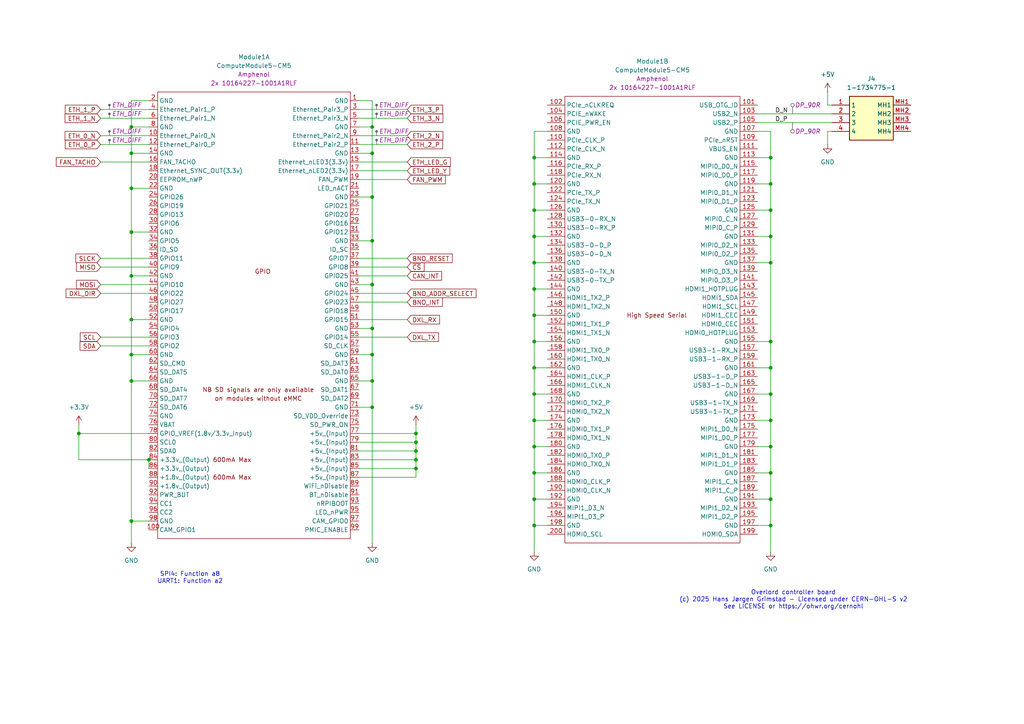
<source format=kicad_sch>
(kicad_sch (version 20231120) (generator "eeschema") (generator_version "8.0")
  (paper "A4")
  (title_block (title "CM5"))
  (lib_symbols
    (symbol "TimeExpander_sym:1-1734775-1"
      (property "Reference" "J" (at 19.05 7.62 0))
      (property "Value" "1-1734775-1" (at 19.05 5.08 0))
      (symbol "1-1734775-1_1_1"
        (rectangle (start 5.08 2.54) (end 17.78 -10.16) (stroke (width 0.254)) (fill (type background)))
        (pin passive line (at 0 0 0) (length 5.08) (name "1") (number "1"))
        (pin passive line (at 0 -2.54 0) (length 5.08) (name "2") (number "2"))
        (pin passive line (at 0 -5.08 0) (length 5.08) (name "3") (number "3"))
        (pin passive line (at 0 -7.62 0) (length 5.08) (name "4") (number "4"))
        (pin passive line (at 22.86 0 180) (length 5.08) (name "MH1") (number "MH1"))
        (pin passive line (at 22.86 -2.54 180) (length 5.08) (name "MH2") (number "MH2"))
        (pin passive line (at 22.86 -5.08 180) (length 5.08) (name "MH3") (number "MH3"))
        (pin passive line (at 22.86 -7.62 180) (length 5.08) (name "MH4") (number "MH4"))
      )
    )
    (symbol "TimeExpander_sym:ComputeModule5-CM5"
      (property "Reference" "Module" (at 113.03 -68.58 0))
      (property "Value" "ComputeModule5-CM5" (at 140.97 2.54 0))
      (property "Field4" "Amphenol" (at 0 0 0))
      (property "Field5" "2x 10164227-1001A1RLF" (at 0 -2.54 0))
      (symbol "ComputeModule5-CM5_1_0"
        (text "GPIO" (at 0 6.35 0) (effects (font (size 1.27 1.27))))
      )
      (symbol "ComputeModule5-CM5_1_1"
        (rectangle (start -30.48 -71.12) (end 25.4 58.42))
        (text "600mA Max" (at -8.89 -53.34 0) (effects (font (size 1.27 1.27))))
        (text "600mA Max" (at -8.89 -48.26 0) (effects (font (size 1.27 1.27))))
        (text "NB SD signals are only available" (at -1.27 -27.94 0) (effects (font (size 1.27 1.27))))
        (text "on modules without eMMC" (at -1.27 -30.48 0) (effects (font (size 1.27 1.27))))
        (pin power_in line (at 27.94 55.88 180) (length 2.54) (name "GND") (number "1"))
        (pin passive line (at -33.02 45.72 0) (length 2.54) (name "Ethernet_Pair0_N") (number "10"))
        (pin passive line (at -33.02 -68.58 0) (length 2.54) (name "CAM_GPIO1") (number "100"))
        (pin passive line (at 27.94 43.18 180) (length 2.54) (name "Ethernet_Pair2_P") (number "11"))
        (pin passive line (at -33.02 43.18 0) (length 2.54) (name "Ethernet_Pair0_P") (number "12"))
        (pin power_in line (at 27.94 40.64 180) (length 2.54) (name "GND") (number "13"))
        (pin power_in line (at -33.02 40.64 0) (length 2.54) (name "GND") (number "14"))
        (pin output line (at 27.94 38.1 180) (length 2.54) (name "Ethernet_nLED3(3.3v)") (number "15"))
        (pin input line (at -33.02 38.1 0) (length 2.54) (name "FAN_TACHO") (number "16"))
        (pin output line (at 27.94 35.56 180) (length 2.54) (name "Ethernet_nLED2(3.3v)") (number "17"))
        (pin input line (at -33.02 35.56 0) (length 2.54) (name "Ethernet_SYNC_OUT(3.3v)") (number "18"))
        (pin output line (at 27.94 33.02 180) (length 2.54) (name "FAN_PWM") (number "19"))
        (pin power_in line (at -33.02 55.88 0) (length 2.54) (name "GND") (number "2"))
        (pin passive line (at -33.02 33.02 0) (length 2.54) (name "EEPROM_nWP") (number "20"))
        (pin open_collector line (at 27.94 30.48 180) (length 2.54) (name "LED_nACT") (number "21"))
        (pin power_in line (at -33.02 30.48 0) (length 2.54) (name "GND") (number "22"))
        (pin power_in line (at 27.94 27.94 180) (length 2.54) (name "GND") (number "23"))
        (pin passive line (at -33.02 27.94 0) (length 2.54) (name "GPIO26") (number "24"))
        (pin passive line (at 27.94 25.4 180) (length 2.54) (name "GPIO21") (number "25"))
        (pin passive line (at -33.02 25.4 0) (length 2.54) (name "GPIO19") (number "26"))
        (pin passive line (at 27.94 22.86 180) (length 2.54) (name "GPIO20") (number "27"))
        (pin passive line (at -33.02 22.86 0) (length 2.54) (name "GPIO13") (number "28"))
        (pin passive line (at 27.94 20.32 180) (length 2.54) (name "GPIO16") (number "29"))
        (pin passive line (at 27.94 53.34 180) (length 2.54) (name "Ethernet_Pair3_P") (number "3"))
        (pin passive line (at -33.02 20.32 0) (length 2.54) (name "GPIO6") (number "30"))
        (pin passive line (at 27.94 17.78 180) (length 2.54) (name "GPIO12") (number "31"))
        (pin power_in line (at -33.02 17.78 0) (length 2.54) (name "GND") (number "32"))
        (pin power_in line (at 27.94 15.24 180) (length 2.54) (name "GND") (number "33"))
        (pin passive line (at -33.02 15.24 0) (length 2.54) (name "GPIO5") (number "34"))
        (pin passive line (at 27.94 12.7 180) (length 2.54) (name "ID_SC") (number "35"))
        (pin passive line (at -33.02 12.7 0) (length 2.54) (name "ID_SD") (number "36"))
        (pin passive line (at 27.94 10.16 180) (length 2.54) (name "GPIO7") (number "37"))
        (pin passive line (at -33.02 10.16 0) (length 2.54) (name "GPIO11") (number "38"))
        (pin passive line (at 27.94 7.62 180) (length 2.54) (name "GPIO8") (number "39"))
        (pin passive line (at -33.02 53.34 0) (length 2.54) (name "Ethernet_Pair1_P") (number "4"))
        (pin passive line (at -33.02 7.62 0) (length 2.54) (name "GPIO9") (number "40"))
        (pin passive line (at 27.94 5.08 180) (length 2.54) (name "GPIO25") (number "41"))
        (pin power_in line (at -33.02 5.08 0) (length 2.54) (name "GND") (number "42"))
        (pin power_in line (at 27.94 2.54 180) (length 2.54) (name "GND") (number "43"))
        (pin passive line (at -33.02 2.54 0) (length 2.54) (name "GPIO10") (number "44"))
        (pin passive line (at 27.94 0 180) (length 2.54) (name "GPIO24") (number "45"))
        (pin passive line (at -33.02 0 0) (length 2.54) (name "GPIO22") (number "46"))
        (pin passive line (at 27.94 -2.54 180) (length 2.54) (name "GPIO23") (number "47"))
        (pin passive line (at -33.02 -2.54 0) (length 2.54) (name "GPIO27") (number "48"))
        (pin passive line (at 27.94 -5.08 180) (length 2.54) (name "GPIO18") (number "49"))
        (pin passive line (at 27.94 50.8 180) (length 2.54) (name "Ethernet_Pair3_N") (number "5"))
        (pin passive line (at -33.02 -5.08 0) (length 2.54) (name "GPIO17") (number "50"))
        (pin passive line (at 27.94 -7.62 180) (length 2.54) (name "GPIO15") (number "51"))
        (pin power_in line (at -33.02 -7.62 0) (length 2.54) (name "GND") (number "52"))
        (pin power_in line (at 27.94 -10.16 180) (length 2.54) (name "GND") (number "53"))
        (pin passive line (at -33.02 -10.16 0) (length 2.54) (name "GPIO4") (number "54"))
        (pin passive line (at 27.94 -12.7 180) (length 2.54) (name "GPIO14") (number "55"))
        (pin passive line (at -33.02 -12.7 0) (length 2.54) (name "GPIO3") (number "56"))
        (pin passive line (at 27.94 -15.24 180) (length 2.54) (name "SD_CLK") (number "57"))
        (pin passive line (at -33.02 -15.24 0) (length 2.54) (name "GPIO2") (number "58"))
        (pin power_in line (at 27.94 -17.78 180) (length 2.54) (name "GND") (number "59"))
        (pin passive line (at -33.02 50.8 0) (length 2.54) (name "Ethernet_Pair1_N") (number "6"))
        (pin power_in line (at -33.02 -17.78 0) (length 2.54) (name "GND") (number "60"))
        (pin passive line (at 27.94 -20.32 180) (length 2.54) (name "SD_DAT3") (number "61"))
        (pin passive line (at -33.02 -20.32 0) (length 2.54) (name "SD_CMD") (number "62"))
        (pin passive line (at 27.94 -22.86 180) (length 2.54) (name "SD_DAT0") (number "63"))
        (pin passive line (at -33.02 -22.86 0) (length 2.54) (name "SD_DAT5") (number "64"))
        (pin power_in line (at 27.94 -25.4 180) (length 2.54) (name "GND") (number "65"))
        (pin power_in line (at -33.02 -25.4 0) (length 2.54) (name "GND") (number "66"))
        (pin passive line (at 27.94 -27.94 180) (length 2.54) (name "SD_DAT1") (number "67"))
        (pin passive line (at -33.02 -27.94 0) (length 2.54) (name "SD_DAT4") (number "68"))
        (pin passive line (at 27.94 -30.48 180) (length 2.54) (name "SD_DAT2") (number "69"))
        (pin power_in line (at 27.94 48.26 180) (length 2.54) (name "GND") (number "7"))
        (pin passive line (at -33.02 -30.48 0) (length 2.54) (name "SD_DAT7") (number "70"))
        (pin power_in line (at 27.94 -33.02 180) (length 2.54) (name "GND") (number "71"))
        (pin passive line (at -33.02 -33.02 0) (length 2.54) (name "SD_DAT6") (number "72"))
        (pin input line (at 27.94 -35.56 180) (length 2.54) (name "SD_VDD_Override") (number "73"))
        (pin power_in line (at -33.02 -35.56 0) (length 2.54) (name "GND") (number "74"))
        (pin output line (at 27.94 -38.1 180) (length 2.54) (name "SD_PWR_ON") (number "75"))
        (pin passive line (at -33.02 -38.1 0) (length 2.54) (name "VBAT") (number "76"))
        (pin power_in line (at 27.94 -40.64 180) (length 2.54) (name "+5v_(Input)") (number "77"))
        (pin power_in line (at -33.02 -40.64 0) (length 2.54) (name "GPIO_VREF(1.8v/3.3v_Input)") (number "78"))
        (pin power_in line (at 27.94 -43.18 180) (length 2.54) (name "+5v_(Input)") (number "79"))
        (pin power_in line (at -33.02 48.26 0) (length 2.54) (name "GND") (number "8"))
        (pin passive line (at -33.02 -43.18 0) (length 2.54) (name "SCL0") (number "80"))
        (pin power_in line (at 27.94 -45.72 180) (length 2.54) (name "+5v_(Input)") (number "81"))
        (pin passive line (at -33.02 -45.72 0) (length 2.54) (name "SDA0") (number "82"))
        (pin power_in line (at 27.94 -48.26 180) (length 2.54) (name "+5v_(Input)") (number "83"))
        (pin power_out line (at -33.02 -48.26 0) (length 2.54) (name "+3.3v_(Output)") (number "84"))
        (pin power_in line (at 27.94 -50.8 180) (length 2.54) (name "+5v_(Input)") (number "85"))
        (pin passive line (at -33.02 -50.8 0) (length 2.54) (name "+3.3v_(Output)") (number "86"))
        (pin power_in line (at 27.94 -53.34 180) (length 2.54) (name "+5v_(Input)") (number "87"))
        (pin power_out line (at -33.02 -53.34 0) (length 2.54) (name "+1.8v_(Output)") (number "88"))
        (pin input line (at 27.94 -55.88 180) (length 2.54) (name "WiFi_nDisable") (number "89"))
        (pin passive line (at 27.94 45.72 180) (length 2.54) (name "Ethernet_Pair2_N") (number "9"))
        (pin passive line (at -33.02 -55.88 0) (length 2.54) (name "+1.8v_(Output)") (number "90"))
        (pin input line (at 27.94 -58.42 180) (length 2.54) (name "BT_nDisable") (number "91"))
        (pin passive line (at -33.02 -58.42 0) (length 2.54) (name "PWR_BUT") (number "92"))
        (pin input line (at 27.94 -60.96 180) (length 2.54) (name "nRPIBOOT") (number "93"))
        (pin passive line (at -33.02 -60.96 0) (length 2.54) (name "CC1") (number "94"))
        (pin output line (at 27.94 -63.5 180) (length 2.54) (name "LED_nPWR") (number "95"))
        (pin passive line (at -33.02 -63.5 0) (length 2.54) (name "CC2") (number "96"))
        (pin passive line (at 27.94 -66.04 180) (length 2.54) (name "CAM_GPIO0") (number "97"))
        (pin power_in line (at -33.02 -66.04 0) (length 2.54) (name "GND") (number "98"))
        (pin input line (at 27.94 -68.58 180) (length 2.54) (name "PMIC_ENABLE") (number "99"))
      )
      (symbol "ComputeModule5-CM5_2_1"
        (rectangle (start 114.3 -66.04) (end 165.1 63.5))
        (text "High Speed Serial" (at 140.97 0 0) (effects (font (size 1.27 1.27))))
        (pin input line (at 170.18 60.96 180) (length 5.08) (name "USB_OTG_ID") (number "101"))
        (pin input line (at 109.22 60.96 0) (length 5.08) (name "PCIe_nCLKREQ") (number "102"))
        (pin passive line (at 170.18 58.42 180) (length 5.08) (name "USB2_N") (number "103"))
        (pin input line (at 109.22 58.42 0) (length 5.08) (name "PCIE_nWAKE") (number "104"))
        (pin passive line (at 170.18 55.88 180) (length 5.08) (name "USB2_P") (number "105"))
        (pin output line (at 109.22 55.88 0) (length 5.08) (name "PCIE_PWR_EN") (number "106"))
        (pin power_in line (at 170.18 53.34 180) (length 5.08) (name "GND") (number "107"))
        (pin power_in line (at 109.22 53.34 0) (length 5.08) (name "GND") (number "108"))
        (pin output line (at 170.18 50.8 180) (length 5.08) (name "PCIe_nRST") (number "109"))
        (pin output line (at 109.22 50.8 0) (length 5.08) (name "PCIe_CLK_P") (number "110"))
        (pin output line (at 170.18 48.26 180) (length 5.08) (name "VBUS_EN") (number "111"))
        (pin output line (at 109.22 48.26 0) (length 5.08) (name "PCIe_CLK_N") (number "112"))
        (pin power_in line (at 170.18 45.72 180) (length 5.08) (name "GND") (number "113"))
        (pin power_in line (at 109.22 45.72 0) (length 5.08) (name "GND") (number "114"))
        (pin input line (at 170.18 43.18 180) (length 5.08) (name "MIPI0_D0_N") (number "115"))
        (pin input line (at 109.22 43.18 0) (length 5.08) (name "PCIe_RX_P") (number "116"))
        (pin input line (at 170.18 40.64 180) (length 5.08) (name "MIPI0_D0_P") (number "117"))
        (pin input line (at 109.22 40.64 0) (length 5.08) (name "PCIe_RX_N") (number "118"))
        (pin power_in line (at 170.18 38.1 180) (length 5.08) (name "GND") (number "119"))
        (pin power_in line (at 109.22 38.1 0) (length 5.08) (name "GND") (number "120"))
        (pin input line (at 170.18 35.56 180) (length 5.08) (name "MIPI0_D1_N") (number "121"))
        (pin output line (at 109.22 35.56 0) (length 5.08) (name "PCIe_TX_P") (number "122"))
        (pin input line (at 170.18 33.02 180) (length 5.08) (name "MIPI0_D1_P") (number "123"))
        (pin output line (at 109.22 33.02 0) (length 5.08) (name "PCIe_TX_N") (number "124"))
        (pin power_in line (at 170.18 30.48 180) (length 5.08) (name "GND") (number "125"))
        (pin power_in line (at 109.22 30.48 0) (length 5.08) (name "GND") (number "126"))
        (pin input line (at 170.18 27.94 180) (length 5.08) (name "MIPI0_C_N") (number "127"))
        (pin input line (at 109.22 27.94 0) (length 5.08) (name "USB3-0-RX_N") (number "128"))
        (pin input line (at 170.18 25.4 180) (length 5.08) (name "MIPI0_C_P") (number "129"))
        (pin input line (at 109.22 25.4 0) (length 5.08) (name "USB3-0-RX_P") (number "130"))
        (pin power_in line (at 170.18 22.86 180) (length 5.08) (name "GND") (number "131"))
        (pin power_in line (at 109.22 22.86 0) (length 5.08) (name "GND") (number "132"))
        (pin input line (at 170.18 20.32 180) (length 5.08) (name "MIPI0_D2_N") (number "133"))
        (pin passive line (at 109.22 20.32 0) (length 5.08) (name "USB3-0-D_P") (number "134"))
        (pin input line (at 170.18 17.78 180) (length 5.08) (name "MIPI0_D2_P") (number "135"))
        (pin passive line (at 109.22 17.78 0) (length 5.08) (name "USB3-0-D_N") (number "136"))
        (pin power_in line (at 170.18 15.24 180) (length 5.08) (name "GND") (number "137"))
        (pin power_in line (at 109.22 15.24 0) (length 5.08) (name "GND") (number "138"))
        (pin input line (at 170.18 12.7 180) (length 5.08) (name "MIPI0_D3_N") (number "139"))
        (pin output line (at 109.22 12.7 0) (length 5.08) (name "USB3-0-TX_N") (number "140"))
        (pin input line (at 170.18 10.16 180) (length 5.08) (name "MIPI0_D3_P") (number "141"))
        (pin output line (at 109.22 10.16 0) (length 5.08) (name "USB3-0-TX_P") (number "142"))
        (pin input line (at 170.18 7.62 180) (length 5.08) (name "HDMI1_HOTPLUG") (number "143"))
        (pin power_in line (at 109.22 7.62 0) (length 5.08) (name "GND") (number "144"))
        (pin bidirectional line (at 170.18 5.08 180) (length 5.08) (name "HDMI1_SDA") (number "145"))
        (pin output line (at 109.22 5.08 0) (length 5.08) (name "HDMI1_TX2_P") (number "146"))
        (pin open_collector line (at 170.18 2.54 180) (length 5.08) (name "HDMI1_SCL") (number "147"))
        (pin output line (at 109.22 2.54 0) (length 5.08) (name "HDMI1_TX2_N") (number "148"))
        (pin open_collector line (at 170.18 0 180) (length 5.08) (name "HDMI1_CEC") (number "149"))
        (pin power_in line (at 109.22 0 0) (length 5.08) (name "GND") (number "150"))
        (pin open_collector line (at 170.18 -2.54 180) (length 5.08) (name "HDMI0_CEC") (number "151"))
        (pin output line (at 109.22 -2.54 0) (length 5.08) (name "HDMI1_TX1_P") (number "152"))
        (pin input line (at 170.18 -5.08 180) (length 5.08) (name "HDMI0_HOTPLUG") (number "153"))
        (pin output line (at 109.22 -5.08 0) (length 5.08) (name "HDMI1_TX1_N") (number "154"))
        (pin power_in line (at 170.18 -7.62 180) (length 5.08) (name "GND") (number "155"))
        (pin power_in line (at 109.22 -7.62 0) (length 5.08) (name "GND") (number "156"))
        (pin input line (at 170.18 -10.16 180) (length 5.08) (name "USB3-1-RX_N") (number "157"))
        (pin output line (at 109.22 -10.16 0) (length 5.08) (name "HDMI1_TX0_P") (number "158"))
        (pin input line (at 170.18 -12.7 180) (length 5.08) (name "USB3-1-RX_P") (number "159"))
        (pin output line (at 109.22 -12.7 0) (length 5.08) (name "HDMI1_TX0_N") (number "160"))
        (pin power_in line (at 170.18 -15.24 180) (length 5.08) (name "GND") (number "161"))
        (pin power_in line (at 109.22 -15.24 0) (length 5.08) (name "GND") (number "162"))
        (pin passive line (at 170.18 -17.78 180) (length 5.08) (name "USB3-1-D_P") (number "163"))
        (pin output line (at 109.22 -17.78 0) (length 5.08) (name "HDMI1_CLK_P") (number "164"))
        (pin passive line (at 170.18 -20.32 180) (length 5.08) (name "USB3-1-D_N") (number "165"))
        (pin output line (at 109.22 -20.32 0) (length 5.08) (name "HDMI1_CLK_N") (number "166"))
        (pin power_in line (at 170.18 -22.86 180) (length 5.08) (name "GND") (number "167"))
        (pin power_in line (at 109.22 -22.86 0) (length 5.08) (name "GND") (number "168"))
        (pin output line (at 170.18 -25.4 180) (length 5.08) (name "USB3-1-TX_N") (number "169"))
        (pin output line (at 109.22 -25.4 0) (length 5.08) (name "HDMI0_TX2_P") (number "170"))
        (pin output line (at 170.18 -27.94 180) (length 5.08) (name "USB3-1-TX_P") (number "171"))
        (pin output line (at 109.22 -27.94 0) (length 5.08) (name "HDMI0_TX2_N") (number "172"))
        (pin power_in line (at 170.18 -30.48 180) (length 5.08) (name "GND") (number "173"))
        (pin power_in line (at 109.22 -30.48 0) (length 5.08) (name "GND") (number "174"))
        (pin output line (at 170.18 -33.02 180) (length 5.08) (name "MIPI1_D0_N") (number "175"))
        (pin output line (at 109.22 -33.02 0) (length 5.08) (name "HDMI0_TX1_P") (number "176"))
        (pin output line (at 170.18 -35.56 180) (length 5.08) (name "MIPI1_D0_P") (number "177"))
        (pin output line (at 109.22 -35.56 0) (length 5.08) (name "HDMI0_TX1_N") (number "178"))
        (pin power_in line (at 170.18 -38.1 180) (length 5.08) (name "GND") (number "179"))
        (pin power_in line (at 109.22 -38.1 0) (length 5.08) (name "GND") (number "180"))
        (pin output line (at 170.18 -40.64 180) (length 5.08) (name "MIPI1_D1_N") (number "181"))
        (pin output line (at 109.22 -40.64 0) (length 5.08) (name "HDMI0_TX0_P") (number "182"))
        (pin output line (at 170.18 -43.18 180) (length 5.08) (name "MIPI1_D1_P") (number "183"))
        (pin output line (at 109.22 -43.18 0) (length 5.08) (name "HDMI0_TX0_N") (number "184"))
        (pin power_in line (at 170.18 -45.72 180) (length 5.08) (name "GND") (number "185"))
        (pin power_in line (at 109.22 -45.72 0) (length 5.08) (name "GND") (number "186"))
        (pin output line (at 170.18 -48.26 180) (length 5.08) (name "MIPI1_C_N") (number "187"))
        (pin output line (at 109.22 -48.26 0) (length 5.08) (name "HDMI0_CLK_P") (number "188"))
        (pin output line (at 170.18 -50.8 180) (length 5.08) (name "MIPI1_C_P") (number "189"))
        (pin output line (at 109.22 -50.8 0) (length 5.08) (name "HDMI0_CLK_N") (number "190"))
        (pin power_in line (at 170.18 -53.34 180) (length 5.08) (name "GND") (number "191"))
        (pin power_in line (at 109.22 -53.34 0) (length 5.08) (name "GND") (number "192"))
        (pin output line (at 170.18 -55.88 180) (length 5.08) (name "MIPI1_D2_N") (number "193"))
        (pin output line (at 109.22 -55.88 0) (length 5.08) (name "MIPI1_D3_N") (number "194"))
        (pin output line (at 170.18 -58.42 180) (length 5.08) (name "MIPI1_D2_P") (number "195"))
        (pin output line (at 109.22 -58.42 0) (length 5.08) (name "MIPI1_D3_P") (number "196"))
        (pin power_in line (at 170.18 -60.96 180) (length 5.08) (name "GND") (number "197"))
        (pin power_in line (at 109.22 -60.96 0) (length 5.08) (name "GND") (number "198"))
        (pin bidirectional line (at 170.18 -63.5 180) (length 5.08) (name "HDMI0_SDA") (number "199"))
        (pin open_collector line (at 109.22 -63.5 0) (length 5.08) (name "HDMI0_SCL") (number "200"))
      )
    )
    (symbol "power:+3.3V" (power) (pin_numbers hide) (pin_names (offset 0) hide)
      (property "Value" "+3.3V" (at 0 3.556 0))
      (symbol "+3.3V_0_1"
        (polyline (pts (xy -0.762 1.27) (xy 0 2.54)))
        (polyline (pts (xy 0 0) (xy 0 2.54)))
        (polyline (pts (xy 0 2.54) (xy 0.762 1.27)))
      )
      (symbol "+3.3V_1_1"
        (pin power_in line (at 0 0 90) (length 0) (name "~") (number "1"))
      )
    )
    (symbol "power:+5V" (power) (pin_numbers hide) (pin_names (offset 0) hide)
      (property "Value" "+5V" (at 0 3.556 0))
      (symbol "+5V_0_1"
        (polyline (pts (xy -0.762 1.27) (xy 0 2.54)))
        (polyline (pts (xy 0 0) (xy 0 2.54)))
        (polyline (pts (xy 0 2.54) (xy 0.762 1.27)))
      )
      (symbol "+5V_1_1"
        (pin power_in line (at 0 0 90) (length 0) (name "~") (number "1"))
      )
    )
    (symbol "power:GND" (power) (pin_numbers hide) (pin_names (offset 0) hide)
      (property "Value" "GND" (at 0 -3.81 0))
      (symbol "GND_0_1"
        (polyline (pts (xy 0 0) (xy 0 -1.27) (xy 1.27 -1.27) (xy 0 -2.54) (xy -1.27 -1.27) (xy 0 -1.27)))
      )
      (symbol "GND_1_1"
        (pin power_in line (at 0 0 270) (length 0) (name "~") (number "1"))
      )
    )
  )
  (junction (at 107.95 110.49))
  (junction (at 107.95 36.83))
  (junction (at 154.94 129.54))
  (junction (at 223.52 68.58))
  (junction (at 38.1 80.01))
  (junction (at 120.65 128.27))
  (junction (at 107.95 95.25))
  (junction (at 38.1 54.61))
  (junction (at 154.94 76.2))
  (junction (at 38.1 92.71))
  (junction (at 223.52 137.16))
  (junction (at 120.65 133.35))
  (junction (at 223.52 76.2))
  (junction (at 154.94 45.72))
  (junction (at 43.18 133.35))
  (junction (at 38.1 110.49))
  (junction (at 107.95 82.55))
  (junction (at 154.94 83.82))
  (junction (at 223.52 99.06))
  (junction (at 154.94 144.78))
  (junction (at 223.52 144.78))
  (junction (at 38.1 67.31))
  (junction (at 107.95 102.87))
  (junction (at 154.94 152.4))
  (junction (at 107.95 118.11))
  (junction (at 154.94 114.3))
  (junction (at 154.94 68.58))
  (junction (at 223.52 53.34))
  (junction (at 154.94 53.34))
  (junction (at 107.95 57.15))
  (junction (at 154.94 121.92))
  (junction (at 154.94 99.06))
  (junction (at 223.52 129.54))
  (junction (at 154.94 137.16))
  (junction (at 22.86 125.73))
  (junction (at 120.65 130.81))
  (junction (at 38.1 44.45))
  (junction (at 223.52 114.3))
  (junction (at 223.52 121.92))
  (junction (at 120.65 135.89))
  (junction (at 223.52 152.4))
  (junction (at 154.94 106.68))
  (junction (at 223.52 106.68))
  (junction (at 223.52 60.96))
  (junction (at 38.1 151.13))
  (junction (at 38.1 102.87))
  (junction (at 120.65 125.73))
  (junction (at 107.95 69.85))
  (junction (at 223.52 45.72))
  (junction (at 154.94 91.44))
  (junction (at 107.95 44.45))
  (junction (at 154.94 60.96))
  (junction (at 38.1 36.83))
  (wire (pts (xy 104.14 82.55) (xy 107.95 82.55)))
  (wire (pts (xy 158.75 38.1) (xy 154.94 38.1)))
  (wire (pts (xy 158.75 114.3) (xy 154.94 114.3)))
  (wire (pts (xy 104.14 36.83) (xy 107.95 36.83)))
  (wire (pts (xy 29.21 31.75) (xy 43.18 31.75)))
  (wire (pts (xy 158.75 144.78) (xy 154.94 144.78)))
  (wire (pts (xy 154.94 99.06) (xy 154.94 106.68)))
  (wire (pts (xy 104.14 49.53) (xy 118.11 49.53)))
  (wire (pts (xy 107.95 118.11) (xy 107.95 157.48)))
  (wire (pts (xy 29.21 77.47) (xy 43.18 77.47)))
  (wire (pts (xy 43.18 29.21) (xy 38.1 29.21)))
  (wire (pts (xy 38.1 36.83) (xy 43.18 36.83)))
  (wire (pts (xy 29.21 39.37) (xy 43.18 39.37)))
  (wire (pts (xy 120.65 130.81) (xy 120.65 133.35)))
  (wire (pts (xy 223.52 129.54) (xy 223.52 137.16)))
  (wire (pts (xy 154.94 152.4) (xy 154.94 160.02)))
  (wire (pts (xy 104.14 39.37) (xy 118.11 39.37)))
  (wire (pts (xy 223.52 45.72) (xy 223.52 53.34)))
  (wire (pts (xy 104.14 46.99) (xy 118.11 46.99)))
  (wire (pts (xy 154.94 114.3) (xy 154.94 121.92)))
  (wire (pts (xy 241.3 38.1) (xy 240.03 38.1)))
  (wire (pts (xy 104.14 110.49) (xy 107.95 110.49)))
  (wire (pts (xy 43.18 133.35) (xy 43.18 135.89)))
  (wire (pts (xy 219.71 60.96) (xy 223.52 60.96)))
  (wire (pts (xy 107.95 29.21) (xy 107.95 36.83)))
  (wire (pts (xy 158.75 152.4) (xy 154.94 152.4)))
  (wire (pts (xy 38.1 102.87) (xy 43.18 102.87)))
  (wire (pts (xy 158.75 106.68) (xy 154.94 106.68)))
  (wire (pts (xy 104.14 34.29) (xy 118.11 34.29)))
  (wire (pts (xy 219.71 137.16) (xy 223.52 137.16)))
  (wire (pts (xy 38.1 67.31) (xy 43.18 67.31)))
  (wire (pts (xy 104.14 44.45) (xy 107.95 44.45)))
  (wire (pts (xy 154.94 129.54) (xy 154.94 137.16)))
  (wire (pts (xy 219.71 114.3) (xy 223.52 114.3)))
  (wire (pts (xy 158.75 91.44) (xy 154.94 91.44)))
  (wire (pts (xy 104.14 125.73) (xy 120.65 125.73)))
  (wire (pts (xy 219.71 152.4) (xy 223.52 152.4)))
  (wire (pts (xy 38.1 102.87) (xy 38.1 110.49)))
  (wire (pts (xy 38.1 151.13) (xy 38.1 157.48)))
  (wire (pts (xy 38.1 67.31) (xy 38.1 80.01)))
  (wire (pts (xy 29.21 41.91) (xy 43.18 41.91)))
  (wire (pts (xy 107.95 36.83) (xy 107.95 44.45)))
  (wire (pts (xy 158.75 60.96) (xy 154.94 60.96)))
  (wire (pts (xy 29.21 46.99) (xy 43.18 46.99)))
  (wire (pts (xy 38.1 110.49) (xy 38.1 151.13)))
  (wire (pts (xy 219.71 129.54) (xy 223.52 129.54)))
  (wire (pts (xy 154.94 91.44) (xy 154.94 99.06)))
  (wire (pts (xy 219.71 144.78) (xy 223.52 144.78)))
  (wire (pts (xy 107.95 110.49) (xy 107.95 118.11)))
  (wire (pts (xy 154.94 45.72) (xy 154.94 53.34)))
  (wire (pts (xy 38.1 54.61) (xy 38.1 67.31)))
  (wire (pts (xy 154.94 76.2) (xy 154.94 83.82)))
  (wire (pts (xy 38.1 92.71) (xy 43.18 92.71)))
  (wire (pts (xy 219.71 76.2) (xy 223.52 76.2)))
  (wire (pts (xy 104.14 118.11) (xy 107.95 118.11)))
  (wire (pts (xy 219.71 33.02) (xy 241.3 33.02)))
  (wire (pts (xy 104.14 80.01) (xy 118.11 80.01)))
  (wire (pts (xy 158.75 129.54) (xy 154.94 129.54)))
  (wire (pts (xy 154.94 68.58) (xy 154.94 76.2)))
  (wire (pts (xy 107.95 69.85) (xy 107.95 82.55)))
  (wire (pts (xy 29.21 97.79) (xy 43.18 97.79)))
  (wire (pts (xy 38.1 54.61) (xy 43.18 54.61)))
  (wire (pts (xy 120.65 123.19) (xy 120.65 125.73)))
  (wire (pts (xy 104.14 102.87) (xy 107.95 102.87)))
  (wire (pts (xy 120.65 128.27) (xy 120.65 130.81)))
  (wire (pts (xy 120.65 133.35) (xy 120.65 135.89)))
  (wire (pts (xy 158.75 45.72) (xy 154.94 45.72)))
  (wire (pts (xy 223.52 53.34) (xy 223.52 60.96)))
  (wire (pts (xy 38.1 29.21) (xy 38.1 36.83)))
  (wire (pts (xy 104.14 135.89) (xy 120.65 135.89)))
  (wire (pts (xy 29.21 34.29) (xy 43.18 34.29)))
  (wire (pts (xy 154.94 38.1) (xy 154.94 45.72)))
  (wire (pts (xy 104.14 97.79) (xy 118.11 97.79)))
  (wire (pts (xy 154.94 53.34) (xy 154.94 60.96)))
  (wire (pts (xy 158.75 99.06) (xy 154.94 99.06)))
  (wire (pts (xy 219.71 121.92) (xy 223.52 121.92)))
  (wire (pts (xy 104.14 133.35) (xy 120.65 133.35)))
  (wire (pts (xy 158.75 137.16) (xy 154.94 137.16)))
  (wire (pts (xy 158.75 53.34) (xy 154.94 53.34)))
  (wire (pts (xy 223.52 114.3) (xy 223.52 121.92)))
  (wire (pts (xy 104.14 41.91) (xy 118.11 41.91)))
  (wire (pts (xy 241.3 30.48) (xy 240.03 30.48)))
  (wire (pts (xy 158.75 68.58) (xy 154.94 68.58)))
  (wire (pts (xy 223.52 137.16) (xy 223.52 144.78)))
  (wire (pts (xy 107.95 57.15) (xy 107.95 69.85)))
  (wire (pts (xy 38.1 92.71) (xy 38.1 102.87)))
  (wire (pts (xy 22.86 123.19) (xy 22.86 125.73)))
  (wire (pts (xy 223.52 144.78) (xy 223.52 152.4)))
  (wire (pts (xy 223.52 76.2) (xy 223.52 99.06)))
  (wire (pts (xy 104.14 74.93) (xy 118.11 74.93)))
  (wire (pts (xy 107.95 44.45) (xy 107.95 57.15)))
  (wire (pts (xy 104.14 52.07) (xy 118.11 52.07)))
  (wire (pts (xy 22.86 133.35) (xy 43.18 133.35)))
  (wire (pts (xy 29.21 100.33) (xy 43.18 100.33)))
  (wire (pts (xy 104.14 128.27) (xy 120.65 128.27)))
  (wire (pts (xy 240.03 30.48) (xy 240.03 26.67)))
  (wire (pts (xy 104.14 77.47) (xy 118.11 77.47)))
  (wire (pts (xy 223.52 152.4) (xy 223.52 160.02)))
  (wire (pts (xy 158.75 121.92) (xy 154.94 121.92)))
  (wire (pts (xy 154.94 60.96) (xy 154.94 68.58)))
  (wire (pts (xy 22.86 125.73) (xy 43.18 125.73)))
  (wire (pts (xy 219.71 68.58) (xy 223.52 68.58)))
  (wire (pts (xy 219.71 45.72) (xy 223.52 45.72)))
  (wire (pts (xy 29.21 82.55) (xy 43.18 82.55)))
  (wire (pts (xy 154.94 83.82) (xy 154.94 91.44)))
  (wire (pts (xy 219.71 99.06) (xy 223.52 99.06)))
  (wire (pts (xy 104.14 95.25) (xy 107.95 95.25)))
  (wire (pts (xy 154.94 144.78) (xy 154.94 152.4)))
  (wire (pts (xy 104.14 87.63) (xy 118.11 87.63)))
  (wire (pts (xy 158.75 83.82) (xy 154.94 83.82)))
  (wire (pts (xy 38.1 80.01) (xy 43.18 80.01)))
  (wire (pts (xy 223.52 68.58) (xy 223.52 76.2)))
  (wire (pts (xy 38.1 151.13) (xy 43.18 151.13)))
  (wire (pts (xy 104.14 69.85) (xy 107.95 69.85)))
  (wire (pts (xy 223.52 99.06) (xy 223.52 106.68)))
  (wire (pts (xy 158.75 76.2) (xy 154.94 76.2)))
  (wire (pts (xy 107.95 82.55) (xy 107.95 95.25)))
  (wire (pts (xy 38.1 80.01) (xy 38.1 92.71)))
  (wire (pts (xy 104.14 57.15) (xy 107.95 57.15)))
  (wire (pts (xy 154.94 137.16) (xy 154.94 144.78)))
  (wire (pts (xy 29.21 85.09) (xy 43.18 85.09)))
  (wire (pts (xy 22.86 125.73) (xy 22.86 133.35)))
  (wire (pts (xy 104.14 85.09) (xy 118.11 85.09)))
  (wire (pts (xy 38.1 44.45) (xy 38.1 54.61)))
  (wire (pts (xy 38.1 36.83) (xy 38.1 44.45)))
  (wire (pts (xy 120.65 135.89) (xy 120.65 138.43)))
  (wire (pts (xy 223.52 121.92) (xy 223.52 129.54)))
  (wire (pts (xy 219.71 38.1) (xy 223.52 38.1)))
  (wire (pts (xy 223.52 106.68) (xy 223.52 114.3)))
  (wire (pts (xy 104.14 31.75) (xy 118.11 31.75)))
  (wire (pts (xy 29.21 74.93) (xy 43.18 74.93)))
  (wire (pts (xy 154.94 106.68) (xy 154.94 114.3)))
  (wire (pts (xy 223.52 60.96) (xy 223.52 68.58)))
  (wire (pts (xy 219.71 35.56) (xy 241.3 35.56)))
  (wire (pts (xy 107.95 102.87) (xy 107.95 110.49)))
  (wire (pts (xy 240.03 38.1) (xy 240.03 41.91)))
  (wire (pts (xy 107.95 95.25) (xy 107.95 102.87)))
  (wire (pts (xy 104.14 92.71) (xy 118.11 92.71)))
  (wire (pts (xy 120.65 125.73) (xy 120.65 128.27)))
  (wire (pts (xy 219.71 53.34) (xy 223.52 53.34)))
  (wire (pts (xy 223.52 38.1) (xy 223.52 45.72)))
  (wire (pts (xy 38.1 110.49) (xy 43.18 110.49)))
  (wire (pts (xy 104.14 130.81) (xy 120.65 130.81)))
  (wire (pts (xy 219.71 106.68) (xy 223.52 106.68)))
  (wire (pts (xy 104.14 138.43) (xy 120.65 138.43)))
  (wire (pts (xy 38.1 44.45) (xy 43.18 44.45)))
  (wire (pts (xy 104.14 29.21) (xy 107.95 29.21)))
  (wire (pts (xy 154.94 121.92) (xy 154.94 129.54)))
  (text "SPI4: Function a8\nUART1: Function a2" (at 55.118 167.64 0) (effects (font (size 1.27 1.27))))
  (text "Overlord controller board\n(c) 2025 Hans Jørgen Grimstad - Licensed under CERN-OHL-S v2\nSee LICENSE or https://ohwr.org/cernohl" (at 230.124 173.99 0) (effects (font (size 1.27 1.27))))
  (label "D_P" (at 224.79 35.56 0))
  (label "D_N" (at 224.79 33.02 0))
  (global_label "FAN_TACHO" (shape input) (at 29.21 46.99 180) (property "Intersheetrefs" "${INTERSHEET_REFS}" (effects (hide yes))))
  (global_label "ETH_1_N" (shape input) (at 29.21 34.29 180) (property "Intersheetrefs" "${INTERSHEET_REFS}" (effects (hide yes))))
  (global_label "SLCK" (shape input) (at 29.21 74.93 180) (property "Intersheetrefs" "${INTERSHEET_REFS}" (effects (hide yes))))
  (global_label "MISO" (shape input) (at 29.21 77.47 180) (property "Intersheetrefs" "${INTERSHEET_REFS}" (effects (hide yes))))
  (global_label "ETH_0_N" (shape input) (at 29.21 39.37 180) (property "Intersheetrefs" "${INTERSHEET_REFS}" (effects (hide yes))))
  (global_label "ETH_LED_G" (shape input) (at 118.11 46.99 0) (property "Intersheetrefs" "${INTERSHEET_REFS}" (effects (hide yes))))
  (global_label "ETH_3_N" (shape input) (at 118.11 34.29 0) (property "Intersheetrefs" "${INTERSHEET_REFS}" (effects (hide yes))))
  (global_label "DXL_RX" (shape input) (at 118.11 92.71 0) (property "Intersheetrefs" "${INTERSHEET_REFS}" (effects (hide yes))))
  (global_label "~{CS}" (shape input) (at 118.11 77.47 0) (property "Intersheetrefs" "${INTERSHEET_REFS}" (effects (hide yes))))
  (global_label "ETH_1_P" (shape input) (at 29.21 31.75 180) (property "Intersheetrefs" "${INTERSHEET_REFS}" (effects (hide yes))))
  (global_label "DXL_DIR" (shape input) (at 29.21 85.09 180) (property "Intersheetrefs" "${INTERSHEET_REFS}" (effects (hide yes))))
  (global_label "BNO_RESET" (shape input) (at 118.11 74.93 0) (property "Intersheetrefs" "${INTERSHEET_REFS}" (effects (hide yes))))
  (global_label "BNO_INT" (shape input) (at 118.11 87.63 0) (property "Intersheetrefs" "${INTERSHEET_REFS}" (effects (hide yes))))
  (global_label "ETH_0_P" (shape input) (at 29.21 41.91 180) (property "Intersheetrefs" "${INTERSHEET_REFS}" (effects (hide yes))))
  (global_label "ETH_LED_Y" (shape input) (at 118.11 49.53 0) (property "Intersheetrefs" "${INTERSHEET_REFS}" (effects (hide yes))))
  (global_label "MOSI" (shape input) (at 29.21 82.55 180) (property "Intersheetrefs" "${INTERSHEET_REFS}" (effects (hide yes))))
  (global_label "DXL_TX" (shape input) (at 118.11 97.79 0) (property "Intersheetrefs" "${INTERSHEET_REFS}" (effects (hide yes))))
  (global_label "BNO_ADDR_SELECT" (shape input) (at 118.11 85.09 0) (property "Intersheetrefs" "${INTERSHEET_REFS}" (effects (hide yes))))
  (global_label "FAN_PWM" (shape input) (at 118.11 52.07 0) (property "Intersheetrefs" "${INTERSHEET_REFS}" (effects (hide yes))))
  (global_label "ETH_3_P" (shape input) (at 118.11 31.75 0) (property "Intersheetrefs" "${INTERSHEET_REFS}" (effects (hide yes))))
  (global_label "ETH_2_P" (shape input) (at 118.11 41.91 0) (property "Intersheetrefs" "${INTERSHEET_REFS}" (effects (hide yes))))
  (global_label "ETH_2_N" (shape input) (at 118.11 39.37 0) (property "Intersheetrefs" "${INTERSHEET_REFS}" (effects (hide yes))))
  (global_label "SCL" (shape input) (at 29.21 97.79 180) (property "Intersheetrefs" "${INTERSHEET_REFS}" (effects (hide yes))))
  (global_label "CAN_INT" (shape input) (at 118.11 80.01 0) (property "Intersheetrefs" "${INTERSHEET_REFS}" (effects (hide yes))))
  (global_label "SDA" (shape input) (at 29.21 100.33 180) (property "Intersheetrefs" "${INTERSHEET_REFS}" (effects (hide yes))))
  (netclass_flag "" (length 2.54) (shape round) (at 229.87 33.02 0) (property "Netclass" "DP_90R" (at 230.5685 30.48 0) (effects (font (italic yes)) (justify left))))
  (netclass_flag "" (length 1.27) (shape dot) (at 109.22 39.37 0) (property "Netclass" "ETH_DIFF" (at 109.9185 38.1 0) (effects (font (italic yes)) (justify left))))
  (netclass_flag "" (length 1.27) (shape dot) (at 31.75 31.75 0) (property "Netclass" "ETH_DIFF" (at 32.4485 30.48 0) (effects (font (italic yes)) (justify left))))
  (netclass_flag "" (length 1.27) (shape dot) (at 109.22 41.91 0) (property "Netclass" "ETH_DIFF" (at 109.9185 40.64 0) (effects (font (italic yes)) (justify left))))
  (netclass_flag "" (length 2.54) (shape round) (at 229.87 35.56 180) (property "Netclass" "DP_90R" (at 230.5685 38.1 0) (effects (font (italic yes)) (justify left))))
  (netclass_flag "" (length 1.27) (shape dot) (at 109.22 31.75 0) (property "Netclass" "ETH_DIFF" (at 109.9185 30.48 0) (effects (font (italic yes)) (justify left))))
  (netclass_flag "" (length 1.27) (shape dot) (at 31.75 41.91 0) (property "Netclass" "ETH_DIFF" (at 32.4485 40.64 0) (effects (font (italic yes)) (justify left))))
  (netclass_flag "" (length 1.27) (shape dot) (at 31.75 39.37 0) (property "Netclass" "ETH_DIFF" (at 32.4485 38.1 0) (effects (font (italic yes)) (justify left))))
  (netclass_flag "" (length 1.27) (shape dot) (at 31.75 34.29 0) (property "Netclass" "ETH_DIFF" (at 32.4485 33.02 0) (effects (font (italic yes)) (justify left))))
  (netclass_flag "" (length 1.27) (shape dot) (at 109.22 34.29 0) (property "Netclass" "ETH_DIFF" (at 109.9185 33.02 0) (effects (font (italic yes)) (justify left))))
  (symbol (lib_id "TimeExpander_sym:ComputeModule5-CM5") (at 76.2 85.09 0) (unit 1)
    (property "Reference" "Module1" (at 73.66 16.51 0))
    (property "Value" "ComputeModule5-CM5" (at 73.66 19.05 0))
    (property "Footprint" "TimeExpander:Raspberry-Pi-5-Compute-Module" (effects (hide yes)))
    (property "Description" "RaspberryPi Compute module 5" (effects (hide yes)))
    (property "Field4" "Amphenol" (at 73.66 21.59 0))
    (property "Field5" "2x 10164227-1001A1RLF" (at 73.66 24.13 0))
  )
  (symbol (lib_id "TimeExpander_sym:ComputeModule5-CM5") (at 49.53 91.44 0) (unit 2)
    (property "Reference" "Module1" (at 189.23 17.78 0))
    (property "Value" "ComputeModule5-CM5" (at 189.23 20.32 0))
    (property "Footprint" "TimeExpander:Raspberry-Pi-5-Compute-Module" (effects (hide yes)))
    (property "Description" "RaspberryPi Compute module 5" (effects (hide yes)))
    (property "Field4" "Amphenol" (at 189.23 22.86 0))
    (property "Field5" "2x 10164227-1001A1RLF" (at 189.23 25.4 0))
  )
  (symbol (lib_id "power:GND") (at 38.1 157.48 0) (unit 1)
    (property "Reference" "#PWR026" (effects (hide yes)))
    (property "Value" "GND" (at 38.1 162.56 0))
    (property "Description" "Power symbol creates a global label with name \"GND\" , ground" (effects (hide yes)))
  )
  (symbol (lib_id "power:+5V") (at 120.65 123.19 0) (unit 1)
    (property "Reference" "#PWR01" (effects (hide yes)))
    (property "Value" "+5V" (at 120.65 118.11 0))
    (property "Description" "Power symbol creates a global label with name \"+5V\"" (effects (hide yes)))
  )
  (symbol (lib_id "power:GND") (at 223.52 160.02 0) (unit 1)
    (property "Reference" "#PWR020" (effects (hide yes)))
    (property "Value" "GND" (at 223.52 165.1 0))
    (property "Description" "Power symbol creates a global label with name \"GND\" , ground" (effects (hide yes)))
  )
  (symbol (lib_id "power:GND") (at 107.95 157.48 0) (unit 1)
    (property "Reference" "#PWR027" (effects (hide yes)))
    (property "Value" "GND" (at 107.95 162.56 0))
    (property "Description" "Power symbol creates a global label with name \"GND\" , ground" (effects (hide yes)))
  )
  (symbol (lib_id "power:GND") (at 240.03 41.91 0) (unit 1)
    (property "Reference" "#PWR038" (effects (hide yes)))
    (property "Value" "GND" (at 240.03 46.99 0))
    (property "Description" "Power symbol creates a global label with name \"GND\" , ground" (effects (hide yes)))
  )
  (symbol (lib_id "TimeExpander_sym:1-1734775-1") (at 241.3 30.48 0) (unit 1)
    (property "Reference" "J4" (at 252.73 22.86 0))
    (property "Value" "1-1734775-1" (at 252.73 25.4 0))
    (property "Footprint" "TimeExpander:117347751" (effects (hide yes)))
    (property "Datasheet" "https://www.te.com/commerce/DocumentDelivery/DDEController?Action=showdoc&DocId=Customer+Drawing%7F1734775%7FC%7Fpdf%7FEnglish%7FENG_CD_1734775_C.pdf%7F1-1734775-1" (effects (hide yes)))
    (property "Description" "TE CONNECTIVITY - 1-1734775-1 - USB CONN.,RCPT.,FLAG,R/A,DIP, TAIL3.30MM 48T2038" (effects (hide yes)))
    (property "Height" "14.7" (effects (hide yes)))
    (property "Mouser Part Number" "571-1-1734775-1" (effects (hide yes)))
    (property "Mouser Price/Stock" "https://www.mouser.co.uk/ProductDetail/TE-Connectivity/1-1734775-1?qs=28ld6GkVMjRt0cjRRSI51g%3D%3D" (effects (hide yes)))
    (property "Manufacturer_Name" "TE Connectivity" (effects (hide yes)))
    (property "Manufacturer_Part_Number" "1-1734775-1" (effects (hide yes)))
  )
  (symbol (lib_id "power:GND") (at 154.94 160.02 0) (unit 1)
    (property "Reference" "#PWR019" (effects (hide yes)))
    (property "Value" "GND" (at 154.94 165.1 0))
    (property "Description" "Power symbol creates a global label with name \"GND\" , ground" (effects (hide yes)))
  )
  (symbol (lib_id "power:+5V") (at 240.03 26.67 0) (unit 1)
    (property "Reference" "#PWR037" (effects (hide yes)))
    (property "Value" "+5V" (at 240.03 21.59 0))
    (property "Description" "Power symbol creates a global label with name \"+5V\"" (effects (hide yes)))
  )
  (symbol (lib_id "power:+3.3V") (at 22.86 123.19 0) (unit 1)
    (property "Reference" "#PWR025" (effects (hide yes)))
    (property "Value" "+3.3V" (at 22.86 118.11 0))
    (property "Description" "Power symbol creates a global label with name \"+3.3V\"" (effects (hide yes)))
  )
)
</source>
